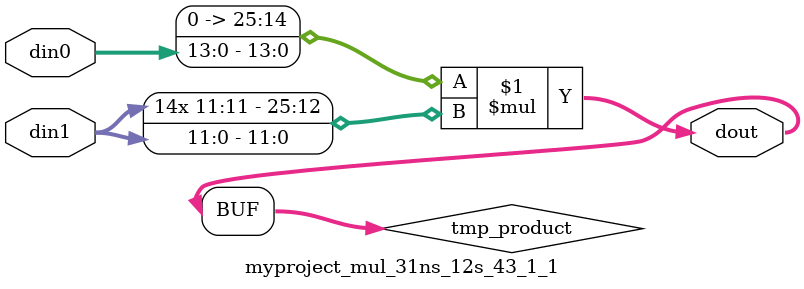
<source format=v>

`timescale 1 ns / 1 ps

  module myproject_mul_31ns_12s_43_1_1(din0, din1, dout);
parameter ID = 1;
parameter NUM_STAGE = 0;
parameter din0_WIDTH = 14;
parameter din1_WIDTH = 12;
parameter dout_WIDTH = 26;

input [din0_WIDTH - 1 : 0] din0; 
input [din1_WIDTH - 1 : 0] din1; 
output [dout_WIDTH - 1 : 0] dout;

wire signed [dout_WIDTH - 1 : 0] tmp_product;











assign tmp_product = $signed({1'b0, din0}) * $signed(din1);










assign dout = tmp_product;







endmodule

</source>
